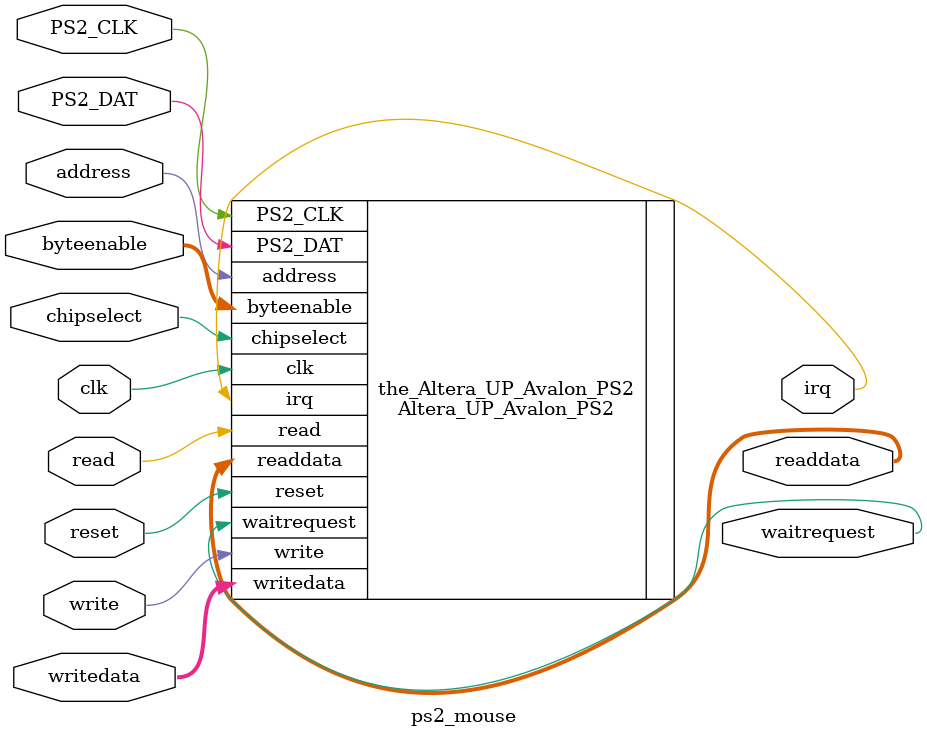
<source format=v>

`timescale 1ns / 1ps
// synthesis translate_on

// turn off superfluous verilog processor warnings 
// altera message_level Level1 
// altera message_off 10034 10035 10036 10037 10230 10240 10030 

module ps2_mouse (
                   // inputs:
                    address,
                    byteenable,
                    chipselect,
                    clk,
                    read,
                    reset,
                    write,
                    writedata,

                   // outputs:
                    PS2_CLK,
                    PS2_DAT,
                    irq,
                    readdata,
                    waitrequest
                 )
;

  inout            PS2_CLK;
  inout            PS2_DAT;
  output           irq;
  output  [ 31: 0] readdata;
  output           waitrequest;
  input            address;
  input   [  3: 0] byteenable;
  input            chipselect;
  input            clk;
  input            read;
  input            reset;
  input            write;
  input   [ 31: 0] writedata;

  wire             PS2_CLK;
  wire             PS2_DAT;
  wire             irq;
  wire    [ 31: 0] readdata;
  wire             waitrequest;
  Altera_UP_Avalon_PS2 the_Altera_UP_Avalon_PS2
    (
      .PS2_CLK     (PS2_CLK),
      .PS2_DAT     (PS2_DAT),
      .address     (address),
      .byteenable  (byteenable),
      .chipselect  (chipselect),
      .clk         (clk),
      .irq         (irq),
      .read        (read),
      .readdata    (readdata),
      .reset       (reset),
      .waitrequest (waitrequest),
      .write       (write),
      .writedata   (writedata)
    );


endmodule


</source>
